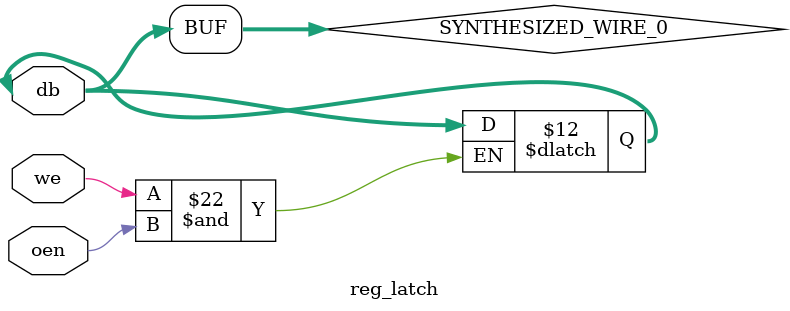
<source format=v>


module reg_latch(
	we,
	oen,
	db
);


input wire	we;
input wire	oen;
inout wire	[7:0] db;

reg	[7:0] SYNTHESIZED_WIRE_0;




assign	db[7] = oen ? SYNTHESIZED_WIRE_0[7] : 1'bz;
assign	db[6] = oen ? SYNTHESIZED_WIRE_0[6] : 1'bz;
assign	db[5] = oen ? SYNTHESIZED_WIRE_0[5] : 1'bz;
assign	db[4] = oen ? SYNTHESIZED_WIRE_0[4] : 1'bz;
assign	db[3] = oen ? SYNTHESIZED_WIRE_0[3] : 1'bz;
assign	db[2] = oen ? SYNTHESIZED_WIRE_0[2] : 1'bz;
assign	db[1] = oen ? SYNTHESIZED_WIRE_0[1] : 1'bz;
assign	db[0] = oen ? SYNTHESIZED_WIRE_0[0] : 1'bz;


always@(we or db)
begin
if (we)
	SYNTHESIZED_WIRE_0 <= db;
end


endmodule

</source>
